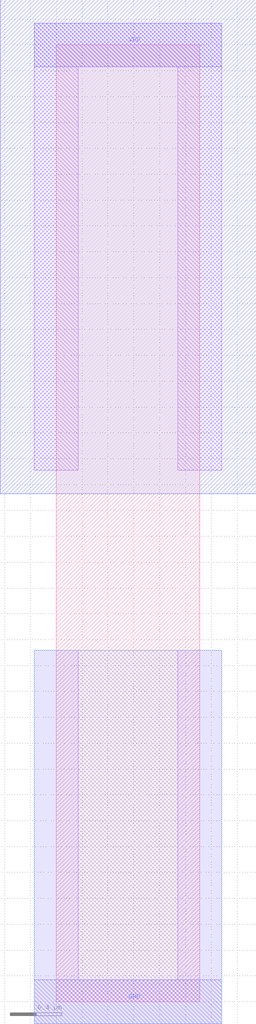
<source format=lef>
VERSION 5.7 ;
  NOWIREEXTENSIONATPIN ON ;
  DIVIDERCHAR "/" ;
  BUSBITCHARS "[]" ;
MACRO FILL1
  CLASS CORE SPACER ;
  FOREIGN FILL1 ;
  ORIGIN 0.000 0.000 ;
  SIZE 1.110 BY 7.400 ;
  SYMMETRY X Y R90 ;
  SITE unitrh ;
  PIN VDD
    DIRECTION INOUT ;
    USE POWER ;
    SHAPE ABUTMENT ;
    PORT
      LAYER met1 ;
        RECT -0.170 7.230 1.280 7.570 ;
    END
  END VDD
  PIN GND
    DIRECTION INOUT ;
    USE GROUND ;
    SHAPE ABUTMENT ;
    PORT
      LAYER met1 ;
        RECT -0.170 -0.170 1.280 0.170 ;
    END
  END GND
  OBS
      LAYER nwell ;
        RECT -0.435 3.930 1.545 7.750 ;
      LAYER pwell ;
        RECT -0.170 -0.170 1.280 2.720 ;
      LAYER li1 ;
        RECT -0.170 7.230 1.280 7.570 ;
        RECT -0.170 4.110 0.170 7.230 ;
        RECT 0.940 4.110 1.280 7.230 ;
        RECT -0.170 0.170 0.170 2.720 ;
        RECT 0.940 0.170 1.280 2.720 ;
        RECT -0.170 -0.170 1.280 0.170 ;
  END
END FILL1
END LIBRARY


</source>
